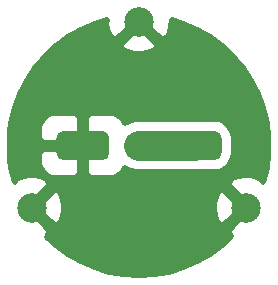
<source format=gbl>
G04 #@! TF.GenerationSoftware,KiCad,Pcbnew,(5.1.7)-1*
G04 #@! TF.CreationDate,2022-06-07T01:10:59+02:00*
G04 #@! TF.ProjectId,Kondensator-Adapter-21mm,4b6f6e64-656e-4736-9174-6f722d416461,rev?*
G04 #@! TF.SameCoordinates,Original*
G04 #@! TF.FileFunction,Copper,L2,Bot*
G04 #@! TF.FilePolarity,Positive*
%FSLAX46Y46*%
G04 Gerber Fmt 4.6, Leading zero omitted, Abs format (unit mm)*
G04 Created by KiCad (PCBNEW (5.1.7)-1) date 2022-06-07 01:10:59*
%MOMM*%
%LPD*%
G01*
G04 APERTURE LIST*
G04 #@! TA.AperFunction,ComponentPad*
%ADD10C,2.500000*%
G04 #@! TD*
G04 #@! TA.AperFunction,Conductor*
%ADD11C,2.500000*%
G04 #@! TD*
G04 #@! TA.AperFunction,Conductor*
%ADD12C,0.500000*%
G04 #@! TD*
G04 #@! TA.AperFunction,Conductor*
%ADD13C,0.100000*%
G04 #@! TD*
G04 APERTURE END LIST*
G04 #@! TA.AperFunction,ComponentPad*
G36*
G01*
X166264527Y-39555525D02*
X166264527Y-38305525D01*
G75*
G02*
X166889527Y-37680525I625000J0D01*
G01*
X170139527Y-37680525D01*
G75*
G02*
X170764527Y-38305525I0J-625000D01*
G01*
X170764527Y-39555525D01*
G75*
G02*
X170139527Y-40180525I-625000J0D01*
G01*
X166889527Y-40180525D01*
G75*
G02*
X166264527Y-39555525I0J625000D01*
G01*
G37*
G04 #@! TD.AperFunction*
G04 #@! TA.AperFunction,ComponentPad*
G36*
G01*
X175764526Y-39555524D02*
X175764526Y-38305524D01*
G75*
G02*
X176389526Y-37680524I625000J0D01*
G01*
X179639526Y-37680524D01*
G75*
G02*
X180264526Y-38305524I0J-625000D01*
G01*
X180264526Y-39555524D01*
G75*
G02*
X179639526Y-40180524I-625000J0D01*
G01*
X176389526Y-40180524D01*
G75*
G02*
X175764526Y-39555524I0J625000D01*
G01*
G37*
G04 #@! TD.AperFunction*
D10*
X182357793Y-44180524D03*
X173264526Y-28430525D03*
X164171259Y-44180524D03*
X173264526Y-38930524D03*
D11*
X173264526Y-38930524D02*
X178014526Y-38930524D01*
D12*
X173632222Y-28416383D02*
X173618079Y-28430525D01*
X175120812Y-29933258D01*
X175637866Y-29845840D01*
X175868377Y-29355630D01*
X175998824Y-28829868D01*
X176022757Y-28319383D01*
X177018197Y-28617397D01*
X178190097Y-29122906D01*
X179295387Y-29761045D01*
X180319120Y-30523186D01*
X181247452Y-31399022D01*
X182067828Y-32376708D01*
X182769155Y-33443024D01*
X183341948Y-34583549D01*
X183778461Y-35782859D01*
X184072791Y-37024735D01*
X184220958Y-38292385D01*
X184220958Y-39568663D01*
X184072791Y-40836313D01*
X183802079Y-41978538D01*
X183773108Y-41807184D01*
X183282898Y-41576673D01*
X182757136Y-41446226D01*
X182216027Y-41420857D01*
X181680367Y-41501540D01*
X181170740Y-41685176D01*
X180942478Y-41807184D01*
X180855060Y-42324238D01*
X182357793Y-43826971D01*
X182371936Y-43812829D01*
X182725489Y-44166382D01*
X182711346Y-44180524D01*
X182829229Y-44298407D01*
X182769155Y-44418024D01*
X182559899Y-44736183D01*
X182357793Y-44534077D01*
X180855060Y-46036810D01*
X180942478Y-46553864D01*
X181081045Y-46619022D01*
X180319120Y-47337862D01*
X179295387Y-48100003D01*
X178190097Y-48738142D01*
X177018197Y-49243651D01*
X175795535Y-49609691D01*
X174538646Y-49831315D01*
X173264526Y-49905524D01*
X171990406Y-49831315D01*
X170733517Y-49609691D01*
X169510855Y-49243651D01*
X168338955Y-48738142D01*
X167233665Y-48100003D01*
X166209932Y-47337862D01*
X165454033Y-46624708D01*
X165586574Y-46553864D01*
X165673992Y-46036810D01*
X164171259Y-44534077D01*
X163969153Y-44736183D01*
X163759897Y-44418024D01*
X163699823Y-44298407D01*
X163817706Y-44180524D01*
X164524812Y-44180524D01*
X166027545Y-45683257D01*
X166544599Y-45595839D01*
X166775110Y-45105629D01*
X166905557Y-44579867D01*
X166917633Y-44322290D01*
X179598126Y-44322290D01*
X179678809Y-44857950D01*
X179862445Y-45367577D01*
X179984453Y-45595839D01*
X180501507Y-45683257D01*
X182004240Y-44180524D01*
X180501507Y-42677791D01*
X179984453Y-42765209D01*
X179753942Y-43255419D01*
X179623495Y-43781181D01*
X179598126Y-44322290D01*
X166917633Y-44322290D01*
X166930926Y-44038758D01*
X166850243Y-43503098D01*
X166666607Y-42993471D01*
X166544599Y-42765209D01*
X166027545Y-42677791D01*
X164524812Y-44180524D01*
X163817706Y-44180524D01*
X163803564Y-44166382D01*
X164157117Y-43812829D01*
X164171259Y-43826971D01*
X165673992Y-42324238D01*
X165586574Y-41807184D01*
X165096364Y-41576673D01*
X164570602Y-41446226D01*
X164029493Y-41420857D01*
X163493833Y-41501540D01*
X162984206Y-41685176D01*
X162755944Y-41807184D01*
X162726973Y-41978538D01*
X162456261Y-40836313D01*
X162379611Y-40180525D01*
X164757269Y-40180525D01*
X164786231Y-40474576D01*
X164872002Y-40757328D01*
X165011288Y-41017913D01*
X165198735Y-41246317D01*
X165427139Y-41433764D01*
X165687724Y-41573050D01*
X165970476Y-41658821D01*
X166264527Y-41687783D01*
X167889527Y-41680525D01*
X168264527Y-41305525D01*
X168264527Y-39180525D01*
X165139527Y-39180525D01*
X164764527Y-39555525D01*
X164757269Y-40180525D01*
X162379611Y-40180525D01*
X162308094Y-39568663D01*
X162308094Y-38292385D01*
X162379610Y-37680525D01*
X164757269Y-37680525D01*
X164764527Y-38305525D01*
X165139527Y-38680525D01*
X168264527Y-38680525D01*
X168264527Y-36555525D01*
X168764527Y-36555525D01*
X168764527Y-38680525D01*
X168784527Y-38680525D01*
X168784527Y-39180525D01*
X168764527Y-39180525D01*
X168764527Y-41305525D01*
X169139527Y-41680525D01*
X170764527Y-41687783D01*
X171058578Y-41658821D01*
X171341330Y-41573050D01*
X171601915Y-41433764D01*
X171830319Y-41246317D01*
X172017766Y-41017913D01*
X172101973Y-40860374D01*
X172106392Y-40862736D01*
X172198751Y-40924448D01*
X172301376Y-40966957D01*
X172399322Y-41019310D01*
X172505600Y-41051549D01*
X172608225Y-41094058D01*
X172717170Y-41115728D01*
X172823449Y-41147968D01*
X172933977Y-41158854D01*
X173042920Y-41180524D01*
X176340405Y-41180524D01*
X176389526Y-41185362D01*
X179639526Y-41185362D01*
X179957492Y-41154045D01*
X180263238Y-41061298D01*
X180545015Y-40910685D01*
X180791996Y-40707994D01*
X180994687Y-40461013D01*
X181145300Y-40179236D01*
X181238047Y-39873490D01*
X181269364Y-39555524D01*
X181269364Y-38305524D01*
X181238047Y-37987558D01*
X181145300Y-37681812D01*
X180994687Y-37400035D01*
X180791996Y-37153054D01*
X180545015Y-36950363D01*
X180263238Y-36799750D01*
X179957492Y-36707003D01*
X179639526Y-36675686D01*
X176389526Y-36675686D01*
X176340405Y-36680524D01*
X173042920Y-36680524D01*
X172933977Y-36702194D01*
X172823449Y-36713080D01*
X172717170Y-36745320D01*
X172608225Y-36766990D01*
X172505600Y-36809499D01*
X172399322Y-36841738D01*
X172301376Y-36894091D01*
X172198751Y-36936600D01*
X172106392Y-36998312D01*
X172101972Y-37000675D01*
X172017766Y-36843137D01*
X171830319Y-36614733D01*
X171601915Y-36427286D01*
X171341330Y-36288000D01*
X171058578Y-36202229D01*
X170764527Y-36173267D01*
X169139527Y-36180525D01*
X168764527Y-36555525D01*
X168264527Y-36555525D01*
X167889527Y-36180525D01*
X166264527Y-36173267D01*
X165970476Y-36202229D01*
X165687724Y-36288000D01*
X165427139Y-36427286D01*
X165198735Y-36614733D01*
X165011288Y-36843137D01*
X164872002Y-37103722D01*
X164786231Y-37386474D01*
X164757269Y-37680525D01*
X162379610Y-37680525D01*
X162456261Y-37024735D01*
X162750591Y-35782859D01*
X163187104Y-34583549D01*
X163759897Y-33443024D01*
X164461224Y-32376708D01*
X165281600Y-31399022D01*
X166209932Y-30523186D01*
X166527438Y-30286811D01*
X171761793Y-30286811D01*
X171849211Y-30803865D01*
X172339421Y-31034376D01*
X172865183Y-31164823D01*
X173406292Y-31190192D01*
X173941952Y-31109509D01*
X174451579Y-30925873D01*
X174679841Y-30803865D01*
X174767259Y-30286811D01*
X173264526Y-28784078D01*
X171761793Y-30286811D01*
X166527438Y-30286811D01*
X167233665Y-29761045D01*
X168338955Y-29122906D01*
X169510855Y-28617397D01*
X170516865Y-28316218D01*
X170504859Y-28572291D01*
X170585542Y-29107951D01*
X170769178Y-29617578D01*
X170891186Y-29845840D01*
X171408240Y-29933258D01*
X172910973Y-28430525D01*
X172896831Y-28416383D01*
X173250384Y-28062830D01*
X173264526Y-28076972D01*
X173278669Y-28062830D01*
X173632222Y-28416383D01*
G04 #@! TA.AperFunction,Conductor*
D13*
G36*
X173632222Y-28416383D02*
G01*
X173618079Y-28430525D01*
X175120812Y-29933258D01*
X175637866Y-29845840D01*
X175868377Y-29355630D01*
X175998824Y-28829868D01*
X176022757Y-28319383D01*
X177018197Y-28617397D01*
X178190097Y-29122906D01*
X179295387Y-29761045D01*
X180319120Y-30523186D01*
X181247452Y-31399022D01*
X182067828Y-32376708D01*
X182769155Y-33443024D01*
X183341948Y-34583549D01*
X183778461Y-35782859D01*
X184072791Y-37024735D01*
X184220958Y-38292385D01*
X184220958Y-39568663D01*
X184072791Y-40836313D01*
X183802079Y-41978538D01*
X183773108Y-41807184D01*
X183282898Y-41576673D01*
X182757136Y-41446226D01*
X182216027Y-41420857D01*
X181680367Y-41501540D01*
X181170740Y-41685176D01*
X180942478Y-41807184D01*
X180855060Y-42324238D01*
X182357793Y-43826971D01*
X182371936Y-43812829D01*
X182725489Y-44166382D01*
X182711346Y-44180524D01*
X182829229Y-44298407D01*
X182769155Y-44418024D01*
X182559899Y-44736183D01*
X182357793Y-44534077D01*
X180855060Y-46036810D01*
X180942478Y-46553864D01*
X181081045Y-46619022D01*
X180319120Y-47337862D01*
X179295387Y-48100003D01*
X178190097Y-48738142D01*
X177018197Y-49243651D01*
X175795535Y-49609691D01*
X174538646Y-49831315D01*
X173264526Y-49905524D01*
X171990406Y-49831315D01*
X170733517Y-49609691D01*
X169510855Y-49243651D01*
X168338955Y-48738142D01*
X167233665Y-48100003D01*
X166209932Y-47337862D01*
X165454033Y-46624708D01*
X165586574Y-46553864D01*
X165673992Y-46036810D01*
X164171259Y-44534077D01*
X163969153Y-44736183D01*
X163759897Y-44418024D01*
X163699823Y-44298407D01*
X163817706Y-44180524D01*
X164524812Y-44180524D01*
X166027545Y-45683257D01*
X166544599Y-45595839D01*
X166775110Y-45105629D01*
X166905557Y-44579867D01*
X166917633Y-44322290D01*
X179598126Y-44322290D01*
X179678809Y-44857950D01*
X179862445Y-45367577D01*
X179984453Y-45595839D01*
X180501507Y-45683257D01*
X182004240Y-44180524D01*
X180501507Y-42677791D01*
X179984453Y-42765209D01*
X179753942Y-43255419D01*
X179623495Y-43781181D01*
X179598126Y-44322290D01*
X166917633Y-44322290D01*
X166930926Y-44038758D01*
X166850243Y-43503098D01*
X166666607Y-42993471D01*
X166544599Y-42765209D01*
X166027545Y-42677791D01*
X164524812Y-44180524D01*
X163817706Y-44180524D01*
X163803564Y-44166382D01*
X164157117Y-43812829D01*
X164171259Y-43826971D01*
X165673992Y-42324238D01*
X165586574Y-41807184D01*
X165096364Y-41576673D01*
X164570602Y-41446226D01*
X164029493Y-41420857D01*
X163493833Y-41501540D01*
X162984206Y-41685176D01*
X162755944Y-41807184D01*
X162726973Y-41978538D01*
X162456261Y-40836313D01*
X162379611Y-40180525D01*
X164757269Y-40180525D01*
X164786231Y-40474576D01*
X164872002Y-40757328D01*
X165011288Y-41017913D01*
X165198735Y-41246317D01*
X165427139Y-41433764D01*
X165687724Y-41573050D01*
X165970476Y-41658821D01*
X166264527Y-41687783D01*
X167889527Y-41680525D01*
X168264527Y-41305525D01*
X168264527Y-39180525D01*
X165139527Y-39180525D01*
X164764527Y-39555525D01*
X164757269Y-40180525D01*
X162379611Y-40180525D01*
X162308094Y-39568663D01*
X162308094Y-38292385D01*
X162379610Y-37680525D01*
X164757269Y-37680525D01*
X164764527Y-38305525D01*
X165139527Y-38680525D01*
X168264527Y-38680525D01*
X168264527Y-36555525D01*
X168764527Y-36555525D01*
X168764527Y-38680525D01*
X168784527Y-38680525D01*
X168784527Y-39180525D01*
X168764527Y-39180525D01*
X168764527Y-41305525D01*
X169139527Y-41680525D01*
X170764527Y-41687783D01*
X171058578Y-41658821D01*
X171341330Y-41573050D01*
X171601915Y-41433764D01*
X171830319Y-41246317D01*
X172017766Y-41017913D01*
X172101973Y-40860374D01*
X172106392Y-40862736D01*
X172198751Y-40924448D01*
X172301376Y-40966957D01*
X172399322Y-41019310D01*
X172505600Y-41051549D01*
X172608225Y-41094058D01*
X172717170Y-41115728D01*
X172823449Y-41147968D01*
X172933977Y-41158854D01*
X173042920Y-41180524D01*
X176340405Y-41180524D01*
X176389526Y-41185362D01*
X179639526Y-41185362D01*
X179957492Y-41154045D01*
X180263238Y-41061298D01*
X180545015Y-40910685D01*
X180791996Y-40707994D01*
X180994687Y-40461013D01*
X181145300Y-40179236D01*
X181238047Y-39873490D01*
X181269364Y-39555524D01*
X181269364Y-38305524D01*
X181238047Y-37987558D01*
X181145300Y-37681812D01*
X180994687Y-37400035D01*
X180791996Y-37153054D01*
X180545015Y-36950363D01*
X180263238Y-36799750D01*
X179957492Y-36707003D01*
X179639526Y-36675686D01*
X176389526Y-36675686D01*
X176340405Y-36680524D01*
X173042920Y-36680524D01*
X172933977Y-36702194D01*
X172823449Y-36713080D01*
X172717170Y-36745320D01*
X172608225Y-36766990D01*
X172505600Y-36809499D01*
X172399322Y-36841738D01*
X172301376Y-36894091D01*
X172198751Y-36936600D01*
X172106392Y-36998312D01*
X172101972Y-37000675D01*
X172017766Y-36843137D01*
X171830319Y-36614733D01*
X171601915Y-36427286D01*
X171341330Y-36288000D01*
X171058578Y-36202229D01*
X170764527Y-36173267D01*
X169139527Y-36180525D01*
X168764527Y-36555525D01*
X168264527Y-36555525D01*
X167889527Y-36180525D01*
X166264527Y-36173267D01*
X165970476Y-36202229D01*
X165687724Y-36288000D01*
X165427139Y-36427286D01*
X165198735Y-36614733D01*
X165011288Y-36843137D01*
X164872002Y-37103722D01*
X164786231Y-37386474D01*
X164757269Y-37680525D01*
X162379610Y-37680525D01*
X162456261Y-37024735D01*
X162750591Y-35782859D01*
X163187104Y-34583549D01*
X163759897Y-33443024D01*
X164461224Y-32376708D01*
X165281600Y-31399022D01*
X166209932Y-30523186D01*
X166527438Y-30286811D01*
X171761793Y-30286811D01*
X171849211Y-30803865D01*
X172339421Y-31034376D01*
X172865183Y-31164823D01*
X173406292Y-31190192D01*
X173941952Y-31109509D01*
X174451579Y-30925873D01*
X174679841Y-30803865D01*
X174767259Y-30286811D01*
X173264526Y-28784078D01*
X171761793Y-30286811D01*
X166527438Y-30286811D01*
X167233665Y-29761045D01*
X168338955Y-29122906D01*
X169510855Y-28617397D01*
X170516865Y-28316218D01*
X170504859Y-28572291D01*
X170585542Y-29107951D01*
X170769178Y-29617578D01*
X170891186Y-29845840D01*
X171408240Y-29933258D01*
X172910973Y-28430525D01*
X172896831Y-28416383D01*
X173250384Y-28062830D01*
X173264526Y-28076972D01*
X173278669Y-28062830D01*
X173632222Y-28416383D01*
G37*
G04 #@! TD.AperFunction*
M02*

</source>
